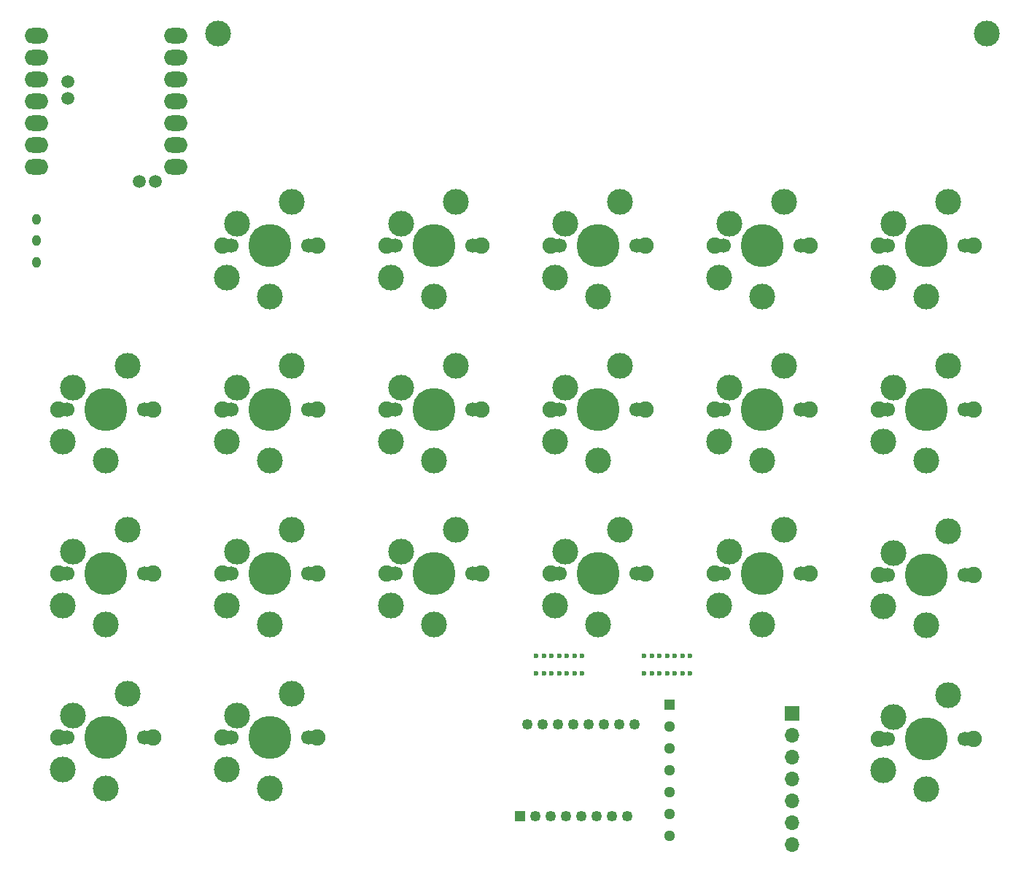
<source format=gbr>
%TF.GenerationSoftware,KiCad,Pcbnew,8.0.7*%
%TF.CreationDate,2025-02-28T21:37:25+09:00*%
%TF.ProjectId,cool642tb_R_with_tb,636f6f6c-3634-4327-9462-5f525f776974,rev?*%
%TF.SameCoordinates,Original*%
%TF.FileFunction,Soldermask,Top*%
%TF.FilePolarity,Negative*%
%FSLAX46Y46*%
G04 Gerber Fmt 4.6, Leading zero omitted, Abs format (unit mm)*
G04 Created by KiCad (PCBNEW 8.0.7) date 2025-02-28 21:37:25*
%MOMM*%
%LPD*%
G01*
G04 APERTURE LIST*
G04 Aperture macros list*
%AMRoundRect*
0 Rectangle with rounded corners*
0 $1 Rounding radius*
0 $2 $3 $4 $5 $6 $7 $8 $9 X,Y pos of 4 corners*
0 Add a 4 corners polygon primitive as box body*
4,1,4,$2,$3,$4,$5,$6,$7,$8,$9,$2,$3,0*
0 Add four circle primitives for the rounded corners*
1,1,$1+$1,$2,$3*
1,1,$1+$1,$4,$5*
1,1,$1+$1,$6,$7*
1,1,$1+$1,$8,$9*
0 Add four rect primitives between the rounded corners*
20,1,$1+$1,$2,$3,$4,$5,0*
20,1,$1+$1,$4,$5,$6,$7,0*
20,1,$1+$1,$6,$7,$8,$9,0*
20,1,$1+$1,$8,$9,$2,$3,0*%
G04 Aperture macros list end*
%ADD10C,1.900000*%
%ADD11C,1.700000*%
%ADD12C,3.000000*%
%ADD13C,5.000000*%
%ADD14O,1.000000X1.300000*%
%ADD15C,0.600000*%
%ADD16O,2.750000X1.800000*%
%ADD17C,1.500000*%
%ADD18R,1.700000X1.700000*%
%ADD19O,1.700000X1.700000*%
%ADD20RoundRect,0.187500X-0.437500X-0.437500X0.437500X-0.437500X0.437500X0.437500X-0.437500X0.437500X0*%
%ADD21O,1.250000X1.250000*%
%ADD22R,1.300000X1.300000*%
%ADD23O,1.300000X1.300000*%
G04 APERTURE END LIST*
D10*
%TO.C,SW1*%
X-5500000Y0D03*
D11*
X-5080000Y0D03*
D12*
X-5000000Y-3700000D03*
D11*
X-4500000Y0D03*
D12*
X-3810000Y2540000D03*
D13*
X0Y0D03*
D12*
X0Y-5900000D03*
X2540000Y5080000D03*
D11*
X4500000Y0D03*
X5080000Y0D03*
D10*
X5500000Y0D03*
%TD*%
%TO.C,SW8*%
X-24550000Y-38100000D03*
D11*
X-24130000Y-38100000D03*
D12*
X-24050000Y-41800000D03*
D11*
X-23550000Y-38100000D03*
D12*
X-22860000Y-35560000D03*
D13*
X-19050000Y-38100000D03*
D12*
X-19050000Y-44000000D03*
X-16510000Y-33020000D03*
D11*
X-14550000Y-38100000D03*
X-13970000Y-38100000D03*
D10*
X-13550000Y-38100000D03*
%TD*%
%TO.C,SW15*%
X51650000Y-38100000D03*
D11*
X52070000Y-38100000D03*
D12*
X52150000Y-41800000D03*
D11*
X52650000Y-38100000D03*
D12*
X53340000Y-35560000D03*
D13*
X57150000Y-38100000D03*
D12*
X57150000Y-44000000D03*
X59690000Y-33020000D03*
D11*
X61650000Y-38100000D03*
X62230000Y-38100000D03*
D10*
X62650000Y-38100000D03*
%TD*%
%TO.C,SW16*%
X-5500000Y-57150000D03*
D11*
X-5080000Y-57150000D03*
D12*
X-5000000Y-60850000D03*
D11*
X-4500000Y-57150000D03*
D12*
X-3810000Y-54610000D03*
D13*
X0Y-57150000D03*
D12*
X0Y-63050000D03*
X2540000Y-52070000D03*
D11*
X4500000Y-57150000D03*
X5080000Y-57150000D03*
D10*
X5500000Y-57150000D03*
%TD*%
D14*
%TO.C,SW21*%
X-27100000Y-1890000D03*
X-27100000Y610000D03*
X-27100000Y3110000D03*
%TD*%
D10*
%TO.C,SW13*%
X51650000Y0D03*
D11*
X52070000Y0D03*
D12*
X52150000Y-3700000D03*
D11*
X52650000Y0D03*
D12*
X53340000Y2540000D03*
D13*
X57150000Y0D03*
D12*
X57150000Y-5900000D03*
X59690000Y5080000D03*
D11*
X61650000Y0D03*
X62230000Y0D03*
D10*
X62650000Y0D03*
%TD*%
%TO.C,SW17*%
X70700000Y0D03*
D11*
X71120000Y0D03*
D12*
X71200000Y-3700000D03*
D11*
X71700000Y0D03*
D12*
X72390000Y2540000D03*
D13*
X76200000Y0D03*
D12*
X76200000Y-5900000D03*
X78740000Y5080000D03*
D11*
X80700000Y0D03*
X81280000Y0D03*
D10*
X81700000Y0D03*
%TD*%
%TO.C,SW11*%
X32600000Y-38100000D03*
D11*
X33020000Y-38100000D03*
D12*
X33100000Y-41800000D03*
D11*
X33600000Y-38100000D03*
D12*
X34290000Y-35560000D03*
D13*
X38100000Y-38100000D03*
D12*
X38100000Y-44000000D03*
X40640000Y-33020000D03*
D11*
X42600000Y-38100000D03*
X43180000Y-38100000D03*
D10*
X43600000Y-38100000D03*
%TD*%
%TO.C,SW12*%
X-24550000Y-57150000D03*
D11*
X-24130000Y-57150000D03*
D12*
X-24050000Y-60850000D03*
D11*
X-23550000Y-57150000D03*
D12*
X-22860000Y-54610000D03*
D13*
X-19050000Y-57150000D03*
D12*
X-19050000Y-63050000D03*
X-16510000Y-52070000D03*
D11*
X-14550000Y-57150000D03*
X-13970000Y-57150000D03*
D10*
X-13550000Y-57150000D03*
%TD*%
%TO.C,SW19*%
X70700000Y-38200000D03*
D11*
X71120000Y-38200000D03*
D12*
X71200000Y-41900000D03*
D11*
X71700000Y-38200000D03*
D12*
X72390000Y-35660000D03*
D13*
X76200000Y-38200000D03*
D12*
X76200000Y-44100000D03*
X78740000Y-33120000D03*
D11*
X80700000Y-38200000D03*
X81280000Y-38200000D03*
D10*
X81700000Y-38200000D03*
%TD*%
%TO.C,SW20*%
X70700000Y-57250000D03*
D11*
X71120000Y-57250000D03*
D12*
X71200000Y-60950000D03*
D11*
X71700000Y-57250000D03*
D12*
X72390000Y-54710000D03*
D13*
X76200000Y-57250000D03*
D12*
X76200000Y-63150000D03*
X78740000Y-52170000D03*
D11*
X80700000Y-57250000D03*
X81280000Y-57250000D03*
D10*
X81700000Y-57250000D03*
%TD*%
%TO.C,SW3*%
X-5500000Y-38100000D03*
D11*
X-5080000Y-38100000D03*
D12*
X-5000000Y-41800000D03*
D11*
X-4500000Y-38100000D03*
D12*
X-3810000Y-35560000D03*
D13*
X0Y-38100000D03*
D12*
X0Y-44000000D03*
X2540000Y-33020000D03*
D11*
X4500000Y-38100000D03*
X5080000Y-38100000D03*
D10*
X5500000Y-38100000D03*
%TD*%
D15*
%TO.C,REF\u002A\u002A*%
X43466000Y-47650000D03*
X43466000Y-49682000D03*
X44355000Y-47650000D03*
X44355000Y-49682000D03*
X45244000Y-47650000D03*
X45244000Y-49682000D03*
X46133000Y-47650000D03*
X46133000Y-49682000D03*
X47022000Y-47650000D03*
X47022000Y-49682000D03*
X47911000Y-47650000D03*
X47911000Y-49682000D03*
X48800000Y-47650000D03*
X48800000Y-49682000D03*
%TD*%
D10*
%TO.C,SW7*%
X13550000Y-38100000D03*
D11*
X13970000Y-38100000D03*
D12*
X14050000Y-41800000D03*
D11*
X14550000Y-38100000D03*
D12*
X15240000Y-35560000D03*
D13*
X19050000Y-38100000D03*
D12*
X19050000Y-44000000D03*
X21590000Y-33020000D03*
D11*
X23550000Y-38100000D03*
X24130000Y-38100000D03*
D10*
X24550000Y-38100000D03*
%TD*%
%TO.C,SW10*%
X32600000Y-19050000D03*
D11*
X33020000Y-19050000D03*
D12*
X33100000Y-22750000D03*
D11*
X33600000Y-19050000D03*
D12*
X34290000Y-16510000D03*
D13*
X38100000Y-19050000D03*
D12*
X38100000Y-24950000D03*
X40640000Y-13970000D03*
D11*
X42600000Y-19050000D03*
X43180000Y-19050000D03*
D10*
X43600000Y-19050000D03*
%TD*%
D16*
%TO.C,U1*%
X-27110000Y24450000D03*
X-27110000Y21910000D03*
X-27110000Y19370000D03*
X-27110000Y16830000D03*
X-27110000Y14290000D03*
X-27110000Y11750000D03*
X-27110000Y9210000D03*
X-10870000Y9210000D03*
X-10870000Y11750000D03*
X-10870000Y14290000D03*
X-10870000Y16830000D03*
X-10870000Y19370000D03*
X-10870000Y21910000D03*
X-10870000Y24450000D03*
D17*
X-15154600Y7518000D03*
X-13275000Y7518000D03*
X-23435000Y17147000D03*
X-23435000Y19052000D03*
%TD*%
D18*
%TO.C,J1*%
X60590000Y-54350000D03*
D19*
X60590000Y-56890000D03*
X60590000Y-59430000D03*
X60590000Y-61970000D03*
X60590000Y-64510000D03*
X60590000Y-67050000D03*
X60590000Y-69590000D03*
%TD*%
D10*
%TO.C,SW5*%
X13550000Y0D03*
D11*
X13970000Y0D03*
D12*
X14050000Y-3700000D03*
D11*
X14550000Y0D03*
D12*
X15240000Y2540000D03*
D13*
X19050000Y0D03*
D12*
X19050000Y-5900000D03*
X21590000Y5080000D03*
D11*
X23550000Y0D03*
X24130000Y0D03*
D10*
X24550000Y0D03*
%TD*%
%TO.C,SW6*%
X13550000Y-19050000D03*
D11*
X13970000Y-19050000D03*
D12*
X14050000Y-22750000D03*
D11*
X14550000Y-19050000D03*
D12*
X15240000Y-16510000D03*
D13*
X19050000Y-19050000D03*
D12*
X19050000Y-24950000D03*
X21590000Y-13970000D03*
D11*
X23550000Y-19050000D03*
X24130000Y-19050000D03*
D10*
X24550000Y-19050000D03*
%TD*%
%TO.C,SW9*%
X32600000Y0D03*
D11*
X33020000Y0D03*
D12*
X33100000Y-3700000D03*
D11*
X33600000Y0D03*
D12*
X34290000Y2540000D03*
D13*
X38100000Y0D03*
D12*
X38100000Y-5900000D03*
X40640000Y5080000D03*
D11*
X42600000Y0D03*
X43180000Y0D03*
D10*
X43600000Y0D03*
%TD*%
%TO.C,SW4*%
X-24550000Y-19050000D03*
D11*
X-24130000Y-19050000D03*
D12*
X-24050000Y-22750000D03*
D11*
X-23550000Y-19050000D03*
D12*
X-22860000Y-16510000D03*
D13*
X-19050000Y-19050000D03*
D12*
X-19050000Y-24950000D03*
X-16510000Y-13970000D03*
D11*
X-14550000Y-19050000D03*
X-13970000Y-19050000D03*
D10*
X-13550000Y-19050000D03*
%TD*%
D15*
%TO.C,REF\u002A\u002A*%
X30926000Y-47640000D03*
X30926000Y-49672000D03*
X31815000Y-47640000D03*
X31815000Y-49672000D03*
X32704000Y-47640000D03*
X32704000Y-49672000D03*
X33593000Y-47640000D03*
X33593000Y-49672000D03*
X34482000Y-47640000D03*
X34482000Y-49672000D03*
X35371000Y-47640000D03*
X35371000Y-49672000D03*
X36260000Y-47640000D03*
X36260000Y-49672000D03*
%TD*%
D12*
%TO.C,BT1*%
X-6020000Y24670000D03*
X83250000Y24710000D03*
%TD*%
D20*
%TO.C,U2*%
X29022893Y-66274893D03*
D21*
X30802893Y-66274893D03*
X32582893Y-66274893D03*
X34362893Y-66274893D03*
X36142893Y-66274893D03*
X37922893Y-66274893D03*
X39702893Y-66274893D03*
X41482893Y-66274893D03*
X42372893Y-55574893D03*
X40592893Y-55574893D03*
X38812893Y-55574893D03*
X37032893Y-55574893D03*
X35252893Y-55574893D03*
X33472893Y-55574893D03*
X31692893Y-55574893D03*
X29912893Y-55574893D03*
%TD*%
D10*
%TO.C,SW2*%
X-5500000Y-19050000D03*
D11*
X-5080000Y-19050000D03*
D12*
X-5000000Y-22750000D03*
D11*
X-4500000Y-19050000D03*
D12*
X-3810000Y-16510000D03*
D13*
X0Y-19050000D03*
D12*
X0Y-24950000D03*
X2540000Y-13970000D03*
D11*
X4500000Y-19050000D03*
X5080000Y-19050000D03*
D10*
X5500000Y-19050000D03*
%TD*%
%TO.C,SW18*%
X70700000Y-19050000D03*
D11*
X71120000Y-19050000D03*
D12*
X71200000Y-22750000D03*
D11*
X71700000Y-19050000D03*
D12*
X72390000Y-16510000D03*
D13*
X76200000Y-19050000D03*
D12*
X76200000Y-24950000D03*
X78740000Y-13970000D03*
D11*
X80700000Y-19050000D03*
X81280000Y-19050000D03*
D10*
X81700000Y-19050000D03*
%TD*%
%TO.C,SW14*%
X51650000Y-19050000D03*
D11*
X52070000Y-19050000D03*
D12*
X52150000Y-22750000D03*
D11*
X52650000Y-19050000D03*
D12*
X53340000Y-16510000D03*
D13*
X57150000Y-19050000D03*
D12*
X57150000Y-24950000D03*
X59690000Y-13970000D03*
D11*
X61650000Y-19050000D03*
X62230000Y-19050000D03*
D10*
X62650000Y-19050000D03*
%TD*%
D22*
%TO.C,J1*%
X46422893Y-53304893D03*
D23*
X46422893Y-55844893D03*
X46422893Y-58384893D03*
X46422893Y-60924893D03*
X46422893Y-63464893D03*
X46422893Y-66004893D03*
X46422893Y-68544893D03*
%TD*%
M02*

</source>
